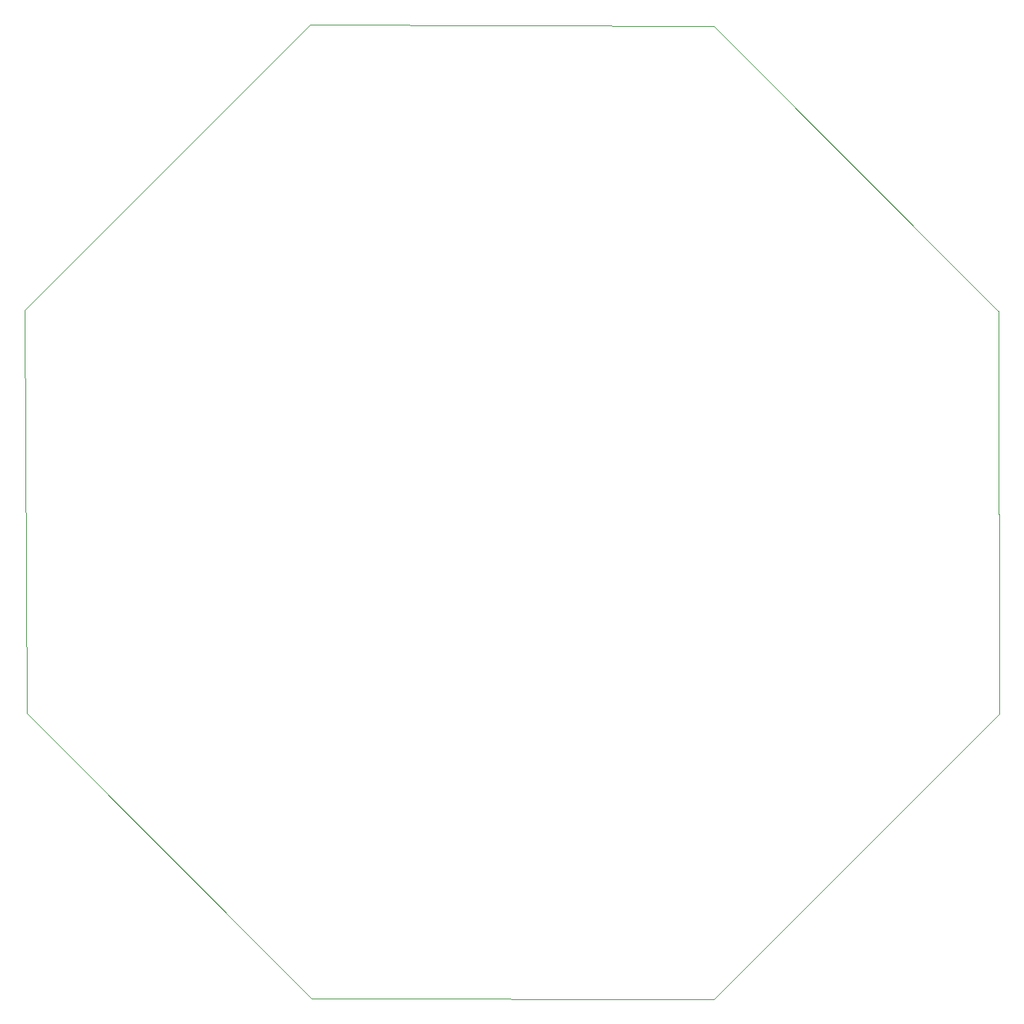
<source format=gm1>
G04 #@! TF.GenerationSoftware,KiCad,Pcbnew,(6.0.0)*
G04 #@! TF.CreationDate,2022-05-25T15:36:50+02:00*
G04 #@! TF.ProjectId,CarteUE441_v2,43617274-6555-4453-9434-315f76322e6b,rev?*
G04 #@! TF.SameCoordinates,Original*
G04 #@! TF.FileFunction,Profile,NP*
%FSLAX46Y46*%
G04 Gerber Fmt 4.6, Leading zero omitted, Abs format (unit mm)*
G04 Created by KiCad (PCBNEW (6.0.0)) date 2022-05-25 15:36:50*
%MOMM*%
%LPD*%
G01*
G04 APERTURE LIST*
G04 #@! TA.AperFunction,Profile*
%ADD10C,0.100000*%
G04 #@! TD*
G04 APERTURE END LIST*
D10*
X84170000Y-80970000D02*
X84400000Y-127970000D01*
X164480000Y-47890000D02*
X117470000Y-47750000D01*
X84170000Y-80970000D02*
X84400000Y-127970000D01*
X84400000Y-127970000D02*
X117620000Y-161270000D01*
X197700000Y-81190000D02*
X164480000Y-47890000D01*
X164480000Y-47890000D02*
X117470000Y-47750000D01*
X117620000Y-161270000D02*
X164500000Y-161340000D01*
X117470000Y-47750000D02*
X117470000Y-47750000D01*
X117620000Y-161270000D02*
X164500000Y-161340000D01*
X197800000Y-128120000D02*
X197700000Y-81190000D01*
X164500000Y-161340000D02*
X197800000Y-128120000D01*
X84400000Y-127970000D02*
X84400000Y-127970000D01*
X197800000Y-128120000D02*
X197700000Y-81110000D01*
X117470000Y-47750000D02*
X84170000Y-80970000D01*
M02*

</source>
